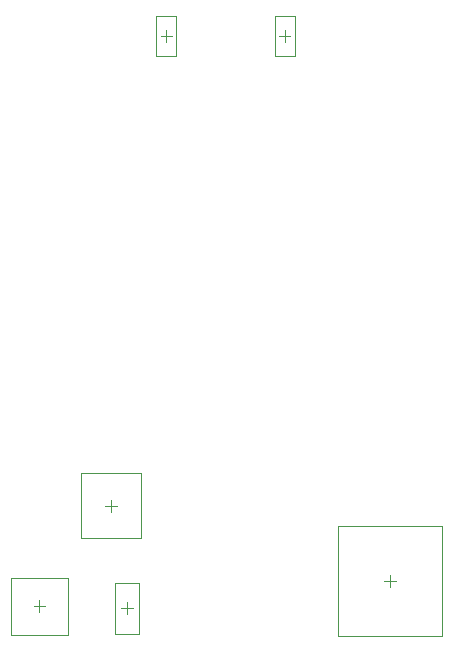
<source format=gbr>
%TF.GenerationSoftware,Altium Limited,Altium Designer,20.0.14 (345)*%
G04 Layer_Color=32768*
%FSLAX45Y45*%
%MOMM*%
%TF.FileFunction,Other,Mechanical_15*%
%TF.Part,Single*%
G01*
G75*
%TA.AperFunction,NonConductor*%
%ADD29C,0.10000*%
%ADD42C,0.05000*%
D29*
X374700Y918900D02*
X474700D01*
X424700Y868900D02*
Y968900D01*
X1450000Y5747400D02*
X1550000D01*
X1500000Y5697400D02*
Y5797400D01*
X1585000Y5574900D02*
Y5919900D01*
X1415000Y5574900D02*
Y5919900D01*
X1585000D01*
X1415000Y5574900D02*
X1585000D01*
X2450000Y5747400D02*
X2550000D01*
X2500000Y5697400D02*
Y5797400D01*
X2585000Y5574900D02*
Y5919900D01*
X2415000Y5574900D02*
Y5919900D01*
X2585000D01*
X2415000Y5574900D02*
X2585000D01*
X3340900Y1130300D02*
X3440900D01*
X3390900Y1080300D02*
Y1180300D01*
X1031100Y1719750D02*
Y1819750D01*
X981100Y1769750D02*
X1081100D01*
X1168400Y851700D02*
Y951700D01*
X1118400Y901700D02*
X1218400D01*
D42*
X184700Y678900D02*
Y1158900D01*
X664700Y678900D02*
Y1158900D01*
X184700D02*
X664700D01*
X184700Y678900D02*
X664700D01*
X2948400Y665300D02*
Y1595300D01*
X3833400Y665300D02*
Y1595300D01*
X2948400D02*
X3833400D01*
X2948400Y665300D02*
X3833400D01*
X776100Y1492500D02*
X1286100D01*
X776100Y2042500D02*
X1286100D01*
X776100Y1492500D02*
Y2042500D01*
X1286100Y1492500D02*
Y2042500D01*
X1068400Y1119200D02*
X1268400D01*
X1068400Y684200D02*
X1268400D01*
Y1119200D01*
X1068400Y684200D02*
Y1119200D01*
%TF.MD5,fa78d8577fe92f4957c8ac5e6920fc9a*%
M02*

</source>
